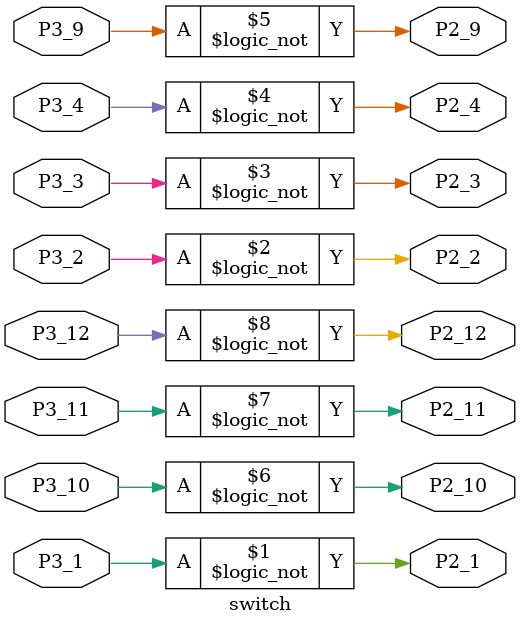
<source format=v>

module switch(  input P3_1, input P3_2,  input P3_3,  input P3_4,
                input P3_9, input P3_10, input P3_11, input P3_12,

                output P2_1, output P2_2,  output P2_3,  output P2_4,
                output P2_9, output P2_10, output P2_11, output P2_12
                );
      
  assign P2_1 = !P3_1;
  assign P2_2 = !P3_2;
  assign P2_3 = !P3_3;
  assign P2_4 = !P3_4;

  assign P2_9  = !P3_9;
  assign P2_10 = !P3_10;
  assign P2_11 = !P3_11;
  assign P2_12 = !P3_12;

endmodule

</source>
